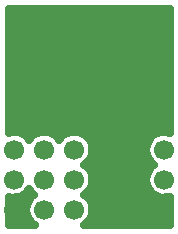
<source format=gbr>
G04 DipTrace 2.3.0.3*
%INBottom.gbr*%
%MOIN*%
%ADD15C,0.025*%
%ADD19C,0.0669*%
%ADD23C,0.04*%
%FSLAX44Y44*%
G04*
G70*
G90*
G75*
G01*
%LNBottom*%
%LPD*%
D23*
X8300Y9763D3*
X6065Y8378D3*
X4279Y11191D2*
D15*
X9604D1*
X4279Y10943D2*
X9604D1*
X4279Y10694D2*
X9604D1*
X4279Y10445D2*
X9604D1*
X4279Y10197D2*
X9604D1*
X4279Y9948D2*
X9604D1*
X4279Y9699D2*
X9604D1*
X4279Y9450D2*
X9604D1*
X4279Y9202D2*
X9604D1*
X4279Y8953D2*
X9604D1*
X4279Y8704D2*
X9604D1*
X4279Y8456D2*
X9604D1*
X4279Y8207D2*
X9604D1*
X4279Y7958D2*
X9604D1*
X4279Y7710D2*
X9604D1*
X4279Y7461D2*
X9604D1*
X4850Y7212D2*
X5030D1*
X5850D2*
X6030D1*
X6850D2*
X9030D1*
X7026Y6964D2*
X8854D1*
X7065Y6715D2*
X8815D1*
X6990Y6466D2*
X8890D1*
X6842Y6218D2*
X9038D1*
X7026Y5969D2*
X8854D1*
X7065Y5720D2*
X8815D1*
X6994Y5471D2*
X8886D1*
X4744Y5223D2*
X5042D1*
X6838D2*
X9136D1*
X4279Y4974D2*
X4858D1*
X7022D2*
X9604D1*
X4279Y4725D2*
X4815D1*
X7065D2*
X9604D1*
X4279Y4477D2*
X4882D1*
X6998D2*
X9604D1*
X5117Y4251D2*
X5044Y4303D1*
X4959Y4394D1*
X4895Y4502D1*
X4855Y4620D1*
X4840Y4744D1*
X4852Y4868D1*
X4888Y4987D1*
X4949Y5096D1*
X5031Y5191D1*
X5108Y5249D1*
X5044Y5303D1*
X4941Y5425D1*
X4843Y5308D1*
X4742Y5235D1*
X4629Y5183D1*
X4507Y5157D1*
X4382Y5156D1*
X4249Y5185D1*
X4253Y4253D1*
X5108D1*
X4939Y7079D2*
X5031Y7191D1*
X5130Y7266D1*
X5243Y7319D1*
X5364Y7347D1*
X5489Y7350D1*
X5612Y7327D1*
X5727Y7279D1*
X5830Y7208D1*
X5916Y7118D1*
X5938Y7081D1*
X6031Y7191D1*
X6130Y7266D1*
X6243Y7319D1*
X6364Y7347D1*
X6489Y7350D1*
X6612Y7327D1*
X6727Y7279D1*
X6830Y7208D1*
X6916Y7118D1*
X6981Y7011D1*
X7023Y6894D1*
X7040Y6753D1*
X7027Y6628D1*
X6988Y6510D1*
X6926Y6401D1*
X6843Y6308D1*
X6771Y6255D1*
X6830Y6208D1*
X6916Y6118D1*
X6981Y6011D1*
X7023Y5894D1*
X7040Y5753D1*
X7027Y5628D1*
X6988Y5510D1*
X6926Y5401D1*
X6843Y5308D1*
X6771Y5255D1*
X6830Y5208D1*
X6916Y5118D1*
X6981Y5011D1*
X7023Y4894D1*
X7040Y4753D1*
X7027Y4628D1*
X6988Y4510D1*
X6926Y4401D1*
X6843Y4308D1*
X6764Y4251D1*
X9628Y4253D1*
Y5186D1*
X9507Y5157D1*
X9382Y5156D1*
X9260Y5181D1*
X9145Y5230D1*
X9044Y5303D1*
X8959Y5394D1*
X8895Y5502D1*
X8855Y5620D1*
X8840Y5744D1*
X8852Y5868D1*
X8888Y5987D1*
X8949Y6096D1*
X9031Y6191D1*
X9108Y6249D1*
X9044Y6303D1*
X8959Y6394D1*
X8895Y6502D1*
X8855Y6620D1*
X8840Y6744D1*
X8852Y6868D1*
X8888Y6987D1*
X8949Y7096D1*
X9031Y7191D1*
X9130Y7266D1*
X9243Y7319D1*
X9364Y7347D1*
X9489Y7350D1*
X9630Y7320D1*
X9628Y9128D1*
Y11440D1*
X4253D1*
Y7319D1*
X4364Y7347D1*
X4489Y7350D1*
X4612Y7327D1*
X4727Y7279D1*
X4830Y7208D1*
X4916Y7118D1*
X4938Y7081D1*
D19*
X5440Y4753D3*
X4440D3*
X5440Y5753D3*
X4440D3*
X5440Y6753D3*
X4440D3*
X6440D3*
X9440D3*
X6440Y5753D3*
X9440D3*
X6440Y4753D3*
X9440D3*
M02*

</source>
